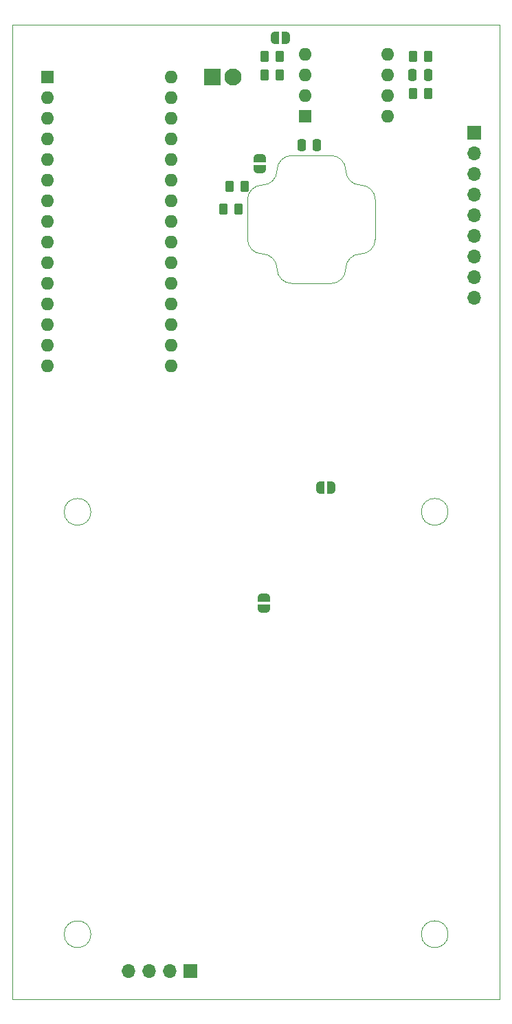
<source format=gbr>
%TF.GenerationSoftware,KiCad,Pcbnew,(6.0.11)*%
%TF.CreationDate,2023-06-04T21:12:16-05:00*%
%TF.ProjectId,Payload-Easy,5061796c-6f61-4642-9d45-6173792e6b69,1*%
%TF.SameCoordinates,Original*%
%TF.FileFunction,Soldermask,Bot*%
%TF.FilePolarity,Negative*%
%FSLAX46Y46*%
G04 Gerber Fmt 4.6, Leading zero omitted, Abs format (unit mm)*
G04 Created by KiCad (PCBNEW (6.0.11)) date 2023-06-04 21:12:16*
%MOMM*%
%LPD*%
G01*
G04 APERTURE LIST*
G04 Aperture macros list*
%AMRoundRect*
0 Rectangle with rounded corners*
0 $1 Rounding radius*
0 $2 $3 $4 $5 $6 $7 $8 $9 X,Y pos of 4 corners*
0 Add a 4 corners polygon primitive as box body*
4,1,4,$2,$3,$4,$5,$6,$7,$8,$9,$2,$3,0*
0 Add four circle primitives for the rounded corners*
1,1,$1+$1,$2,$3*
1,1,$1+$1,$4,$5*
1,1,$1+$1,$6,$7*
1,1,$1+$1,$8,$9*
0 Add four rect primitives between the rounded corners*
20,1,$1+$1,$2,$3,$4,$5,0*
20,1,$1+$1,$4,$5,$6,$7,0*
20,1,$1+$1,$6,$7,$8,$9,0*
20,1,$1+$1,$8,$9,$2,$3,0*%
%AMFreePoly0*
4,1,22,0.500000,-0.750000,0.000000,-0.750000,0.000000,-0.745033,-0.079941,-0.743568,-0.215256,-0.701293,-0.333266,-0.622738,-0.424486,-0.514219,-0.481581,-0.384460,-0.499164,-0.250000,-0.500000,-0.250000,-0.500000,0.250000,-0.499164,0.250000,-0.499963,0.256109,-0.478152,0.396186,-0.417904,0.524511,-0.324060,0.630769,-0.204165,0.706417,-0.067858,0.745374,0.000000,0.744959,0.000000,0.750000,
0.500000,0.750000,0.500000,-0.750000,0.500000,-0.750000,$1*%
%AMFreePoly1*
4,1,20,0.000000,0.744959,0.073905,0.744508,0.209726,0.703889,0.328688,0.626782,0.421226,0.519385,0.479903,0.390333,0.500000,0.250000,0.500000,-0.250000,0.499851,-0.262216,0.476331,-0.402017,0.414519,-0.529596,0.319384,-0.634700,0.198574,-0.708877,0.061801,-0.746166,0.000000,-0.745033,0.000000,-0.750000,-0.500000,-0.750000,-0.500000,0.750000,0.000000,0.750000,0.000000,0.744959,
0.000000,0.744959,$1*%
G04 Aperture macros list end*
%TA.AperFunction,Profile*%
%ADD10C,0.100000*%
%TD*%
%TA.AperFunction,Profile*%
%ADD11C,0.010000*%
%TD*%
%ADD12R,2.100000X2.100000*%
%ADD13C,2.100000*%
%ADD14R,1.600000X1.600000*%
%ADD15O,1.600000X1.600000*%
%ADD16R,1.700000X1.700000*%
%ADD17O,1.700000X1.700000*%
%ADD18FreePoly0,0.000000*%
%ADD19FreePoly1,0.000000*%
%ADD20RoundRect,0.250000X-0.262500X-0.450000X0.262500X-0.450000X0.262500X0.450000X-0.262500X0.450000X0*%
%ADD21RoundRect,0.250000X0.262500X0.450000X-0.262500X0.450000X-0.262500X-0.450000X0.262500X-0.450000X0*%
%ADD22FreePoly0,270.000000*%
%ADD23FreePoly1,270.000000*%
%ADD24RoundRect,0.250000X0.250000X0.475000X-0.250000X0.475000X-0.250000X-0.475000X0.250000X-0.475000X0*%
G04 APERTURE END LIST*
D10*
X163650000Y-100000000D02*
G75*
G03*
X163650000Y-100000000I-1650000J0D01*
G01*
X163650000Y-152000000D02*
G75*
G03*
X163650000Y-152000000I-1650000J0D01*
G01*
X110000000Y-40000000D02*
X170000000Y-40000000D01*
X170000000Y-40000000D02*
X170000000Y-160000000D01*
X170000000Y-160000000D02*
X110000000Y-160000000D01*
X110000000Y-160000000D02*
X110000000Y-40000000D01*
X119650000Y-152000000D02*
G75*
G03*
X119650000Y-152000000I-1650000J0D01*
G01*
X119650000Y-100000000D02*
G75*
G03*
X119650000Y-100000000I-1650000J0D01*
G01*
D11*
%TO.C,U103*%
X144397000Y-71883000D02*
X149227000Y-71883000D01*
X154687000Y-66423000D02*
X154687000Y-61593000D01*
X138937000Y-61593000D02*
X138937000Y-66423000D01*
X149227000Y-56133000D02*
X144397000Y-56133000D01*
X151047000Y-57953000D02*
G75*
G03*
X152867000Y-59773000I1820000J0D01*
G01*
X138937000Y-66423000D02*
G75*
G03*
X140757000Y-68243000I1820001J1D01*
G01*
X152867000Y-68243000D02*
G75*
G03*
X154687000Y-66423000I0J1820000D01*
G01*
X140757000Y-59773000D02*
G75*
G03*
X138937000Y-61593000I1J-1820001D01*
G01*
X149227000Y-71883000D02*
G75*
G03*
X151047000Y-70063000I0J1820000D01*
G01*
X140757000Y-59773000D02*
G75*
G03*
X142577000Y-57953000I-1J1820001D01*
G01*
X154687000Y-61593000D02*
G75*
G03*
X152867000Y-59773000I-1820000J0D01*
G01*
X142577000Y-70063000D02*
G75*
G03*
X144397000Y-71883000I1820001J1D01*
G01*
X151047000Y-57953000D02*
G75*
G03*
X149227000Y-56133000I-1820000J0D01*
G01*
X152867000Y-68243000D02*
G75*
G03*
X151047000Y-70063000I0J-1820000D01*
G01*
X144397000Y-56133000D02*
G75*
G03*
X142577000Y-57953000I1J-1820001D01*
G01*
X142577000Y-70063000D02*
G75*
G03*
X140757000Y-68243000I-1820001J-1D01*
G01*
%TD*%
D12*
%TO.C,J103*%
X134620000Y-46482000D03*
D13*
X137160000Y-46482000D03*
%TD*%
D14*
%TO.C,A101*%
X114300000Y-46482000D03*
D15*
X114300000Y-49022000D03*
X114300000Y-51562000D03*
X114300000Y-54102000D03*
X114300000Y-56642000D03*
X114300000Y-59182000D03*
X114300000Y-61722000D03*
X114300000Y-64262000D03*
X114300000Y-66802000D03*
X114300000Y-69342000D03*
X114300000Y-71882000D03*
X114300000Y-74422000D03*
X114300000Y-76962000D03*
X114300000Y-79502000D03*
X114300000Y-82042000D03*
X129540000Y-82042000D03*
X129540000Y-79502000D03*
X129540000Y-76962000D03*
X129540000Y-74422000D03*
X129540000Y-71882000D03*
X129540000Y-69342000D03*
X129540000Y-66802000D03*
X129540000Y-64262000D03*
X129540000Y-61722000D03*
X129540000Y-59182000D03*
X129540000Y-56642000D03*
X129540000Y-54102000D03*
X129540000Y-51562000D03*
X129540000Y-49022000D03*
X129540000Y-46482000D03*
%TD*%
D16*
%TO.C,J104*%
X131866000Y-156546000D03*
D17*
X129326000Y-156546000D03*
X126786000Y-156546000D03*
X124246000Y-156546000D03*
%TD*%
D16*
%TO.C,J102*%
X166878000Y-53340000D03*
D17*
X166878000Y-55880000D03*
X166878000Y-58420000D03*
X166878000Y-60960000D03*
X166878000Y-63500000D03*
X166878000Y-66040000D03*
X166878000Y-68580000D03*
X166878000Y-71120000D03*
X166878000Y-73660000D03*
%TD*%
D18*
%TO.C,JP101*%
X142352000Y-41656000D03*
D19*
X143652000Y-41656000D03*
%TD*%
D20*
%TO.C,R106*%
X159357000Y-43942000D03*
X161182000Y-43942000D03*
%TD*%
D21*
%TO.C,R108*%
X161182000Y-48514000D03*
X159357000Y-48514000D03*
%TD*%
D14*
%TO.C,U102*%
X146025500Y-51298000D03*
D15*
X146025500Y-48758000D03*
X146025500Y-46218000D03*
X146025500Y-43678000D03*
X156185500Y-43678000D03*
X156185500Y-46218000D03*
X156185500Y-48758000D03*
X156185500Y-51298000D03*
%TD*%
D21*
%TO.C,R102*%
X142894000Y-43942000D03*
X141069000Y-43942000D03*
%TD*%
D22*
%TO.C,JP106*%
X140462000Y-56500000D03*
D23*
X140462000Y-57800000D03*
%TD*%
D24*
%TO.C,C104*%
X147508000Y-54864000D03*
X145608000Y-54864000D03*
%TD*%
%TO.C,C105*%
X161169500Y-46220000D03*
X159269500Y-46220000D03*
%TD*%
D22*
%TO.C,JP103*%
X140970000Y-110602000D03*
D23*
X140970000Y-111902000D03*
%TD*%
D21*
%TO.C,R107*%
X137818500Y-62738000D03*
X135993500Y-62738000D03*
%TD*%
D18*
%TO.C,JP108*%
X147940000Y-97028000D03*
D19*
X149240000Y-97028000D03*
%TD*%
D21*
%TO.C,R104*%
X142894000Y-46228000D03*
X141069000Y-46228000D03*
%TD*%
%TO.C,R105*%
X138576000Y-59944000D03*
X136751000Y-59944000D03*
%TD*%
M02*

</source>
